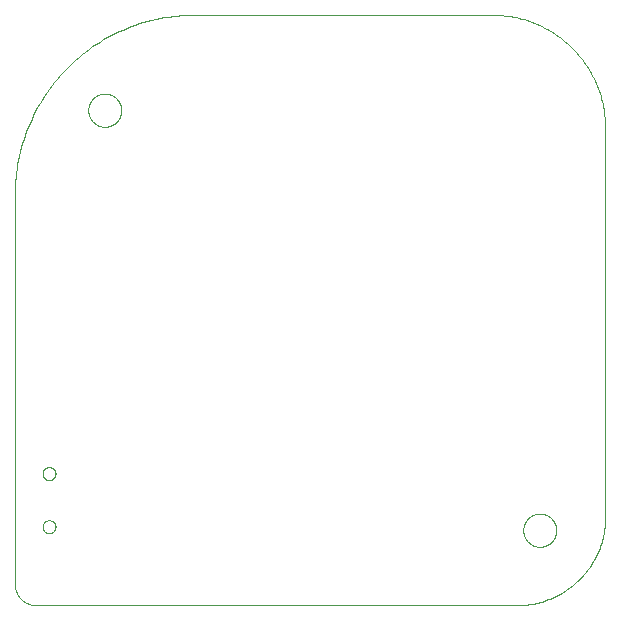
<source format=gtp>
G75*
%MOIN*%
%OFA0B0*%
%FSLAX25Y25*%
%IPPOS*%
%LPD*%
%AMOC8*
5,1,8,0,0,1.08239X$1,22.5*
%
%ADD10C,0.00000*%
D10*
X0059668Y0010871D02*
X0059668Y0140747D01*
X0084156Y0168800D02*
X0084158Y0168948D01*
X0084164Y0169096D01*
X0084174Y0169244D01*
X0084188Y0169391D01*
X0084206Y0169538D01*
X0084227Y0169684D01*
X0084253Y0169830D01*
X0084283Y0169975D01*
X0084316Y0170119D01*
X0084354Y0170262D01*
X0084395Y0170404D01*
X0084440Y0170545D01*
X0084488Y0170685D01*
X0084541Y0170824D01*
X0084597Y0170961D01*
X0084657Y0171096D01*
X0084720Y0171230D01*
X0084787Y0171362D01*
X0084858Y0171492D01*
X0084932Y0171620D01*
X0085009Y0171746D01*
X0085090Y0171870D01*
X0085174Y0171992D01*
X0085261Y0172111D01*
X0085352Y0172228D01*
X0085446Y0172343D01*
X0085542Y0172455D01*
X0085642Y0172565D01*
X0085744Y0172671D01*
X0085850Y0172775D01*
X0085958Y0172876D01*
X0086069Y0172974D01*
X0086182Y0173070D01*
X0086298Y0173162D01*
X0086416Y0173251D01*
X0086537Y0173336D01*
X0086660Y0173419D01*
X0086785Y0173498D01*
X0086912Y0173574D01*
X0087041Y0173646D01*
X0087172Y0173715D01*
X0087305Y0173780D01*
X0087440Y0173841D01*
X0087576Y0173899D01*
X0087713Y0173954D01*
X0087852Y0174004D01*
X0087993Y0174051D01*
X0088134Y0174094D01*
X0088277Y0174134D01*
X0088421Y0174169D01*
X0088565Y0174201D01*
X0088711Y0174228D01*
X0088857Y0174252D01*
X0089004Y0174272D01*
X0089151Y0174288D01*
X0089298Y0174300D01*
X0089446Y0174308D01*
X0089594Y0174312D01*
X0089742Y0174312D01*
X0089890Y0174308D01*
X0090038Y0174300D01*
X0090185Y0174288D01*
X0090332Y0174272D01*
X0090479Y0174252D01*
X0090625Y0174228D01*
X0090771Y0174201D01*
X0090915Y0174169D01*
X0091059Y0174134D01*
X0091202Y0174094D01*
X0091343Y0174051D01*
X0091484Y0174004D01*
X0091623Y0173954D01*
X0091760Y0173899D01*
X0091896Y0173841D01*
X0092031Y0173780D01*
X0092164Y0173715D01*
X0092295Y0173646D01*
X0092424Y0173574D01*
X0092551Y0173498D01*
X0092676Y0173419D01*
X0092799Y0173336D01*
X0092920Y0173251D01*
X0093038Y0173162D01*
X0093154Y0173070D01*
X0093267Y0172974D01*
X0093378Y0172876D01*
X0093486Y0172775D01*
X0093592Y0172671D01*
X0093694Y0172565D01*
X0093794Y0172455D01*
X0093890Y0172343D01*
X0093984Y0172228D01*
X0094075Y0172111D01*
X0094162Y0171992D01*
X0094246Y0171870D01*
X0094327Y0171746D01*
X0094404Y0171620D01*
X0094478Y0171492D01*
X0094549Y0171362D01*
X0094616Y0171230D01*
X0094679Y0171096D01*
X0094739Y0170961D01*
X0094795Y0170824D01*
X0094848Y0170685D01*
X0094896Y0170545D01*
X0094941Y0170404D01*
X0094982Y0170262D01*
X0095020Y0170119D01*
X0095053Y0169975D01*
X0095083Y0169830D01*
X0095109Y0169684D01*
X0095130Y0169538D01*
X0095148Y0169391D01*
X0095162Y0169244D01*
X0095172Y0169096D01*
X0095178Y0168948D01*
X0095180Y0168800D01*
X0095178Y0168652D01*
X0095172Y0168504D01*
X0095162Y0168356D01*
X0095148Y0168209D01*
X0095130Y0168062D01*
X0095109Y0167916D01*
X0095083Y0167770D01*
X0095053Y0167625D01*
X0095020Y0167481D01*
X0094982Y0167338D01*
X0094941Y0167196D01*
X0094896Y0167055D01*
X0094848Y0166915D01*
X0094795Y0166776D01*
X0094739Y0166639D01*
X0094679Y0166504D01*
X0094616Y0166370D01*
X0094549Y0166238D01*
X0094478Y0166108D01*
X0094404Y0165980D01*
X0094327Y0165854D01*
X0094246Y0165730D01*
X0094162Y0165608D01*
X0094075Y0165489D01*
X0093984Y0165372D01*
X0093890Y0165257D01*
X0093794Y0165145D01*
X0093694Y0165035D01*
X0093592Y0164929D01*
X0093486Y0164825D01*
X0093378Y0164724D01*
X0093267Y0164626D01*
X0093154Y0164530D01*
X0093038Y0164438D01*
X0092920Y0164349D01*
X0092799Y0164264D01*
X0092676Y0164181D01*
X0092551Y0164102D01*
X0092424Y0164026D01*
X0092295Y0163954D01*
X0092164Y0163885D01*
X0092031Y0163820D01*
X0091896Y0163759D01*
X0091760Y0163701D01*
X0091623Y0163646D01*
X0091484Y0163596D01*
X0091343Y0163549D01*
X0091202Y0163506D01*
X0091059Y0163466D01*
X0090915Y0163431D01*
X0090771Y0163399D01*
X0090625Y0163372D01*
X0090479Y0163348D01*
X0090332Y0163328D01*
X0090185Y0163312D01*
X0090038Y0163300D01*
X0089890Y0163292D01*
X0089742Y0163288D01*
X0089594Y0163288D01*
X0089446Y0163292D01*
X0089298Y0163300D01*
X0089151Y0163312D01*
X0089004Y0163328D01*
X0088857Y0163348D01*
X0088711Y0163372D01*
X0088565Y0163399D01*
X0088421Y0163431D01*
X0088277Y0163466D01*
X0088134Y0163506D01*
X0087993Y0163549D01*
X0087852Y0163596D01*
X0087713Y0163646D01*
X0087576Y0163701D01*
X0087440Y0163759D01*
X0087305Y0163820D01*
X0087172Y0163885D01*
X0087041Y0163954D01*
X0086912Y0164026D01*
X0086785Y0164102D01*
X0086660Y0164181D01*
X0086537Y0164264D01*
X0086416Y0164349D01*
X0086298Y0164438D01*
X0086182Y0164530D01*
X0086069Y0164626D01*
X0085958Y0164724D01*
X0085850Y0164825D01*
X0085744Y0164929D01*
X0085642Y0165035D01*
X0085542Y0165145D01*
X0085446Y0165257D01*
X0085352Y0165372D01*
X0085261Y0165489D01*
X0085174Y0165608D01*
X0085090Y0165730D01*
X0085009Y0165854D01*
X0084932Y0165980D01*
X0084858Y0166108D01*
X0084787Y0166238D01*
X0084720Y0166370D01*
X0084657Y0166504D01*
X0084597Y0166639D01*
X0084541Y0166776D01*
X0084488Y0166915D01*
X0084440Y0167055D01*
X0084395Y0167196D01*
X0084354Y0167338D01*
X0084316Y0167481D01*
X0084283Y0167625D01*
X0084253Y0167770D01*
X0084227Y0167916D01*
X0084206Y0168062D01*
X0084188Y0168209D01*
X0084174Y0168356D01*
X0084164Y0168504D01*
X0084158Y0168652D01*
X0084156Y0168800D01*
X0059667Y0140747D02*
X0059684Y0142195D01*
X0059737Y0143641D01*
X0059824Y0145086D01*
X0059947Y0146529D01*
X0060104Y0147968D01*
X0060296Y0149402D01*
X0060522Y0150832D01*
X0060783Y0152256D01*
X0061078Y0153673D01*
X0061408Y0155083D01*
X0061771Y0156484D01*
X0062168Y0157876D01*
X0062599Y0159258D01*
X0063063Y0160630D01*
X0063560Y0161989D01*
X0064089Y0163336D01*
X0064651Y0164671D01*
X0065246Y0165991D01*
X0065871Y0167296D01*
X0066529Y0168586D01*
X0067217Y0169859D01*
X0067936Y0171116D01*
X0068684Y0172355D01*
X0069463Y0173575D01*
X0070271Y0174776D01*
X0071108Y0175958D01*
X0071973Y0177118D01*
X0072865Y0178258D01*
X0073785Y0179376D01*
X0074732Y0180471D01*
X0075705Y0181543D01*
X0076704Y0182591D01*
X0077727Y0183614D01*
X0078775Y0184613D01*
X0079847Y0185586D01*
X0080942Y0186533D01*
X0082060Y0187453D01*
X0083200Y0188345D01*
X0084360Y0189210D01*
X0085542Y0190047D01*
X0086743Y0190855D01*
X0087963Y0191634D01*
X0089202Y0192382D01*
X0090459Y0193101D01*
X0091732Y0193789D01*
X0093022Y0194447D01*
X0094327Y0195072D01*
X0095647Y0195667D01*
X0096982Y0196229D01*
X0098329Y0196758D01*
X0099688Y0197255D01*
X0101060Y0197719D01*
X0102442Y0198150D01*
X0103834Y0198547D01*
X0105235Y0198910D01*
X0106645Y0199240D01*
X0108062Y0199535D01*
X0109486Y0199796D01*
X0110916Y0200022D01*
X0112350Y0200214D01*
X0113789Y0200371D01*
X0115232Y0200494D01*
X0116677Y0200581D01*
X0118123Y0200634D01*
X0119571Y0200651D01*
X0119571Y0200650D02*
X0218546Y0200650D01*
X0219464Y0200639D01*
X0220381Y0200606D01*
X0221296Y0200550D01*
X0222211Y0200473D01*
X0223123Y0200373D01*
X0224033Y0200252D01*
X0224939Y0200108D01*
X0225841Y0199943D01*
X0226740Y0199755D01*
X0227633Y0199547D01*
X0228522Y0199316D01*
X0229404Y0199065D01*
X0230280Y0198792D01*
X0231149Y0198497D01*
X0232011Y0198182D01*
X0232865Y0197847D01*
X0233711Y0197490D01*
X0234547Y0197114D01*
X0235375Y0196717D01*
X0236192Y0196301D01*
X0237000Y0195864D01*
X0237796Y0195409D01*
X0238582Y0194934D01*
X0239355Y0194440D01*
X0240117Y0193928D01*
X0240865Y0193398D01*
X0241601Y0192850D01*
X0242324Y0192284D01*
X0243032Y0191701D01*
X0243726Y0191100D01*
X0244406Y0190484D01*
X0245070Y0189851D01*
X0245719Y0189202D01*
X0246352Y0188538D01*
X0246968Y0187858D01*
X0247569Y0187164D01*
X0248152Y0186456D01*
X0248718Y0185733D01*
X0249266Y0184997D01*
X0249796Y0184249D01*
X0250308Y0183487D01*
X0250802Y0182714D01*
X0251277Y0181928D01*
X0251732Y0181132D01*
X0252169Y0180324D01*
X0252585Y0179507D01*
X0252982Y0178679D01*
X0253358Y0177843D01*
X0253715Y0176997D01*
X0254050Y0176143D01*
X0254365Y0175281D01*
X0254660Y0174412D01*
X0254933Y0173536D01*
X0255184Y0172654D01*
X0255415Y0171765D01*
X0255623Y0170872D01*
X0255811Y0169973D01*
X0255976Y0169071D01*
X0256120Y0168165D01*
X0256241Y0167255D01*
X0256341Y0166343D01*
X0256418Y0165428D01*
X0256474Y0164513D01*
X0256507Y0163596D01*
X0256518Y0162678D01*
X0256518Y0033422D01*
X0229156Y0028800D02*
X0229158Y0028948D01*
X0229164Y0029096D01*
X0229174Y0029244D01*
X0229188Y0029391D01*
X0229206Y0029538D01*
X0229227Y0029684D01*
X0229253Y0029830D01*
X0229283Y0029975D01*
X0229316Y0030119D01*
X0229354Y0030262D01*
X0229395Y0030404D01*
X0229440Y0030545D01*
X0229488Y0030685D01*
X0229541Y0030824D01*
X0229597Y0030961D01*
X0229657Y0031096D01*
X0229720Y0031230D01*
X0229787Y0031362D01*
X0229858Y0031492D01*
X0229932Y0031620D01*
X0230009Y0031746D01*
X0230090Y0031870D01*
X0230174Y0031992D01*
X0230261Y0032111D01*
X0230352Y0032228D01*
X0230446Y0032343D01*
X0230542Y0032455D01*
X0230642Y0032565D01*
X0230744Y0032671D01*
X0230850Y0032775D01*
X0230958Y0032876D01*
X0231069Y0032974D01*
X0231182Y0033070D01*
X0231298Y0033162D01*
X0231416Y0033251D01*
X0231537Y0033336D01*
X0231660Y0033419D01*
X0231785Y0033498D01*
X0231912Y0033574D01*
X0232041Y0033646D01*
X0232172Y0033715D01*
X0232305Y0033780D01*
X0232440Y0033841D01*
X0232576Y0033899D01*
X0232713Y0033954D01*
X0232852Y0034004D01*
X0232993Y0034051D01*
X0233134Y0034094D01*
X0233277Y0034134D01*
X0233421Y0034169D01*
X0233565Y0034201D01*
X0233711Y0034228D01*
X0233857Y0034252D01*
X0234004Y0034272D01*
X0234151Y0034288D01*
X0234298Y0034300D01*
X0234446Y0034308D01*
X0234594Y0034312D01*
X0234742Y0034312D01*
X0234890Y0034308D01*
X0235038Y0034300D01*
X0235185Y0034288D01*
X0235332Y0034272D01*
X0235479Y0034252D01*
X0235625Y0034228D01*
X0235771Y0034201D01*
X0235915Y0034169D01*
X0236059Y0034134D01*
X0236202Y0034094D01*
X0236343Y0034051D01*
X0236484Y0034004D01*
X0236623Y0033954D01*
X0236760Y0033899D01*
X0236896Y0033841D01*
X0237031Y0033780D01*
X0237164Y0033715D01*
X0237295Y0033646D01*
X0237424Y0033574D01*
X0237551Y0033498D01*
X0237676Y0033419D01*
X0237799Y0033336D01*
X0237920Y0033251D01*
X0238038Y0033162D01*
X0238154Y0033070D01*
X0238267Y0032974D01*
X0238378Y0032876D01*
X0238486Y0032775D01*
X0238592Y0032671D01*
X0238694Y0032565D01*
X0238794Y0032455D01*
X0238890Y0032343D01*
X0238984Y0032228D01*
X0239075Y0032111D01*
X0239162Y0031992D01*
X0239246Y0031870D01*
X0239327Y0031746D01*
X0239404Y0031620D01*
X0239478Y0031492D01*
X0239549Y0031362D01*
X0239616Y0031230D01*
X0239679Y0031096D01*
X0239739Y0030961D01*
X0239795Y0030824D01*
X0239848Y0030685D01*
X0239896Y0030545D01*
X0239941Y0030404D01*
X0239982Y0030262D01*
X0240020Y0030119D01*
X0240053Y0029975D01*
X0240083Y0029830D01*
X0240109Y0029684D01*
X0240130Y0029538D01*
X0240148Y0029391D01*
X0240162Y0029244D01*
X0240172Y0029096D01*
X0240178Y0028948D01*
X0240180Y0028800D01*
X0240178Y0028652D01*
X0240172Y0028504D01*
X0240162Y0028356D01*
X0240148Y0028209D01*
X0240130Y0028062D01*
X0240109Y0027916D01*
X0240083Y0027770D01*
X0240053Y0027625D01*
X0240020Y0027481D01*
X0239982Y0027338D01*
X0239941Y0027196D01*
X0239896Y0027055D01*
X0239848Y0026915D01*
X0239795Y0026776D01*
X0239739Y0026639D01*
X0239679Y0026504D01*
X0239616Y0026370D01*
X0239549Y0026238D01*
X0239478Y0026108D01*
X0239404Y0025980D01*
X0239327Y0025854D01*
X0239246Y0025730D01*
X0239162Y0025608D01*
X0239075Y0025489D01*
X0238984Y0025372D01*
X0238890Y0025257D01*
X0238794Y0025145D01*
X0238694Y0025035D01*
X0238592Y0024929D01*
X0238486Y0024825D01*
X0238378Y0024724D01*
X0238267Y0024626D01*
X0238154Y0024530D01*
X0238038Y0024438D01*
X0237920Y0024349D01*
X0237799Y0024264D01*
X0237676Y0024181D01*
X0237551Y0024102D01*
X0237424Y0024026D01*
X0237295Y0023954D01*
X0237164Y0023885D01*
X0237031Y0023820D01*
X0236896Y0023759D01*
X0236760Y0023701D01*
X0236623Y0023646D01*
X0236484Y0023596D01*
X0236343Y0023549D01*
X0236202Y0023506D01*
X0236059Y0023466D01*
X0235915Y0023431D01*
X0235771Y0023399D01*
X0235625Y0023372D01*
X0235479Y0023348D01*
X0235332Y0023328D01*
X0235185Y0023312D01*
X0235038Y0023300D01*
X0234890Y0023292D01*
X0234742Y0023288D01*
X0234594Y0023288D01*
X0234446Y0023292D01*
X0234298Y0023300D01*
X0234151Y0023312D01*
X0234004Y0023328D01*
X0233857Y0023348D01*
X0233711Y0023372D01*
X0233565Y0023399D01*
X0233421Y0023431D01*
X0233277Y0023466D01*
X0233134Y0023506D01*
X0232993Y0023549D01*
X0232852Y0023596D01*
X0232713Y0023646D01*
X0232576Y0023701D01*
X0232440Y0023759D01*
X0232305Y0023820D01*
X0232172Y0023885D01*
X0232041Y0023954D01*
X0231912Y0024026D01*
X0231785Y0024102D01*
X0231660Y0024181D01*
X0231537Y0024264D01*
X0231416Y0024349D01*
X0231298Y0024438D01*
X0231182Y0024530D01*
X0231069Y0024626D01*
X0230958Y0024724D01*
X0230850Y0024825D01*
X0230744Y0024929D01*
X0230642Y0025035D01*
X0230542Y0025145D01*
X0230446Y0025257D01*
X0230352Y0025372D01*
X0230261Y0025489D01*
X0230174Y0025608D01*
X0230090Y0025730D01*
X0230009Y0025854D01*
X0229932Y0025980D01*
X0229858Y0026108D01*
X0229787Y0026238D01*
X0229720Y0026370D01*
X0229657Y0026504D01*
X0229597Y0026639D01*
X0229541Y0026776D01*
X0229488Y0026915D01*
X0229440Y0027055D01*
X0229395Y0027196D01*
X0229354Y0027338D01*
X0229316Y0027481D01*
X0229283Y0027625D01*
X0229253Y0027770D01*
X0229227Y0027916D01*
X0229206Y0028062D01*
X0229188Y0028209D01*
X0229174Y0028356D01*
X0229164Y0028504D01*
X0229158Y0028652D01*
X0229156Y0028800D01*
X0226897Y0003800D02*
X0227613Y0003809D01*
X0228328Y0003835D01*
X0229043Y0003878D01*
X0229756Y0003938D01*
X0230468Y0004016D01*
X0231177Y0004111D01*
X0231884Y0004223D01*
X0232588Y0004352D01*
X0233289Y0004498D01*
X0233986Y0004661D01*
X0234679Y0004840D01*
X0235367Y0005037D01*
X0236051Y0005250D01*
X0236729Y0005479D01*
X0237401Y0005725D01*
X0238067Y0005987D01*
X0238727Y0006265D01*
X0239380Y0006559D01*
X0240025Y0006868D01*
X0240663Y0007193D01*
X0241293Y0007533D01*
X0241914Y0007889D01*
X0242527Y0008259D01*
X0243130Y0008644D01*
X0243724Y0009044D01*
X0244308Y0009457D01*
X0244882Y0009885D01*
X0245446Y0010326D01*
X0245999Y0010781D01*
X0246540Y0011250D01*
X0247070Y0011731D01*
X0247588Y0012225D01*
X0248094Y0012731D01*
X0248588Y0013249D01*
X0249069Y0013779D01*
X0249538Y0014320D01*
X0249993Y0014873D01*
X0250434Y0015437D01*
X0250862Y0016011D01*
X0251275Y0016595D01*
X0251675Y0017189D01*
X0252060Y0017792D01*
X0252430Y0018405D01*
X0252786Y0019026D01*
X0253126Y0019656D01*
X0253451Y0020294D01*
X0253760Y0020939D01*
X0254054Y0021592D01*
X0254332Y0022252D01*
X0254594Y0022918D01*
X0254840Y0023590D01*
X0255069Y0024268D01*
X0255282Y0024952D01*
X0255479Y0025640D01*
X0255658Y0026333D01*
X0255821Y0027030D01*
X0255967Y0027731D01*
X0256096Y0028435D01*
X0256208Y0029142D01*
X0256303Y0029851D01*
X0256381Y0030563D01*
X0256441Y0031276D01*
X0256484Y0031991D01*
X0256510Y0032706D01*
X0256519Y0033422D01*
X0226897Y0003800D02*
X0066739Y0003800D01*
X0066568Y0003802D01*
X0066397Y0003808D01*
X0066227Y0003819D01*
X0066057Y0003833D01*
X0065887Y0003852D01*
X0065717Y0003874D01*
X0065549Y0003901D01*
X0065380Y0003932D01*
X0065213Y0003967D01*
X0065047Y0004005D01*
X0064881Y0004048D01*
X0064717Y0004095D01*
X0064554Y0004146D01*
X0064392Y0004201D01*
X0064232Y0004260D01*
X0064073Y0004322D01*
X0063915Y0004388D01*
X0063759Y0004458D01*
X0063605Y0004532D01*
X0063453Y0004610D01*
X0063303Y0004691D01*
X0063154Y0004776D01*
X0063008Y0004864D01*
X0062864Y0004956D01*
X0062722Y0005052D01*
X0062583Y0005150D01*
X0062446Y0005253D01*
X0062311Y0005358D01*
X0062179Y0005467D01*
X0062050Y0005578D01*
X0061924Y0005693D01*
X0061800Y0005811D01*
X0061679Y0005932D01*
X0061561Y0006056D01*
X0061446Y0006182D01*
X0061335Y0006311D01*
X0061226Y0006443D01*
X0061121Y0006578D01*
X0061018Y0006715D01*
X0060920Y0006854D01*
X0060824Y0006996D01*
X0060732Y0007140D01*
X0060644Y0007286D01*
X0060559Y0007435D01*
X0060478Y0007585D01*
X0060400Y0007737D01*
X0060326Y0007891D01*
X0060256Y0008047D01*
X0060190Y0008205D01*
X0060128Y0008364D01*
X0060069Y0008524D01*
X0060014Y0008686D01*
X0059963Y0008849D01*
X0059916Y0009013D01*
X0059873Y0009179D01*
X0059835Y0009345D01*
X0059800Y0009512D01*
X0059769Y0009681D01*
X0059742Y0009849D01*
X0059720Y0010019D01*
X0059701Y0010189D01*
X0059687Y0010359D01*
X0059676Y0010529D01*
X0059670Y0010700D01*
X0059668Y0010871D01*
X0068920Y0029942D02*
X0068922Y0030035D01*
X0068928Y0030127D01*
X0068938Y0030219D01*
X0068952Y0030310D01*
X0068969Y0030401D01*
X0068991Y0030491D01*
X0069016Y0030580D01*
X0069045Y0030668D01*
X0069078Y0030754D01*
X0069115Y0030839D01*
X0069155Y0030923D01*
X0069199Y0031004D01*
X0069246Y0031084D01*
X0069296Y0031162D01*
X0069350Y0031237D01*
X0069407Y0031310D01*
X0069467Y0031380D01*
X0069530Y0031448D01*
X0069596Y0031513D01*
X0069664Y0031575D01*
X0069735Y0031635D01*
X0069809Y0031691D01*
X0069885Y0031744D01*
X0069963Y0031793D01*
X0070043Y0031840D01*
X0070125Y0031882D01*
X0070209Y0031922D01*
X0070294Y0031957D01*
X0070381Y0031989D01*
X0070469Y0032018D01*
X0070558Y0032042D01*
X0070648Y0032063D01*
X0070739Y0032079D01*
X0070831Y0032092D01*
X0070923Y0032101D01*
X0071016Y0032106D01*
X0071108Y0032107D01*
X0071201Y0032104D01*
X0071293Y0032097D01*
X0071385Y0032086D01*
X0071476Y0032071D01*
X0071567Y0032053D01*
X0071657Y0032030D01*
X0071745Y0032004D01*
X0071833Y0031974D01*
X0071919Y0031940D01*
X0072003Y0031903D01*
X0072086Y0031861D01*
X0072167Y0031817D01*
X0072247Y0031769D01*
X0072324Y0031718D01*
X0072398Y0031663D01*
X0072471Y0031605D01*
X0072541Y0031545D01*
X0072608Y0031481D01*
X0072672Y0031415D01*
X0072734Y0031345D01*
X0072792Y0031274D01*
X0072847Y0031200D01*
X0072899Y0031123D01*
X0072948Y0031044D01*
X0072994Y0030964D01*
X0073036Y0030881D01*
X0073074Y0030797D01*
X0073109Y0030711D01*
X0073140Y0030624D01*
X0073167Y0030536D01*
X0073190Y0030446D01*
X0073210Y0030356D01*
X0073226Y0030265D01*
X0073238Y0030173D01*
X0073246Y0030081D01*
X0073250Y0029988D01*
X0073250Y0029896D01*
X0073246Y0029803D01*
X0073238Y0029711D01*
X0073226Y0029619D01*
X0073210Y0029528D01*
X0073190Y0029438D01*
X0073167Y0029348D01*
X0073140Y0029260D01*
X0073109Y0029173D01*
X0073074Y0029087D01*
X0073036Y0029003D01*
X0072994Y0028920D01*
X0072948Y0028840D01*
X0072899Y0028761D01*
X0072847Y0028684D01*
X0072792Y0028610D01*
X0072734Y0028539D01*
X0072672Y0028469D01*
X0072608Y0028403D01*
X0072541Y0028339D01*
X0072471Y0028279D01*
X0072398Y0028221D01*
X0072324Y0028166D01*
X0072247Y0028115D01*
X0072168Y0028067D01*
X0072086Y0028023D01*
X0072003Y0027981D01*
X0071919Y0027944D01*
X0071833Y0027910D01*
X0071745Y0027880D01*
X0071657Y0027854D01*
X0071567Y0027831D01*
X0071476Y0027813D01*
X0071385Y0027798D01*
X0071293Y0027787D01*
X0071201Y0027780D01*
X0071108Y0027777D01*
X0071016Y0027778D01*
X0070923Y0027783D01*
X0070831Y0027792D01*
X0070739Y0027805D01*
X0070648Y0027821D01*
X0070558Y0027842D01*
X0070469Y0027866D01*
X0070381Y0027895D01*
X0070294Y0027927D01*
X0070209Y0027962D01*
X0070125Y0028002D01*
X0070043Y0028044D01*
X0069963Y0028091D01*
X0069885Y0028140D01*
X0069809Y0028193D01*
X0069735Y0028249D01*
X0069664Y0028309D01*
X0069596Y0028371D01*
X0069530Y0028436D01*
X0069467Y0028504D01*
X0069407Y0028574D01*
X0069350Y0028647D01*
X0069296Y0028722D01*
X0069246Y0028800D01*
X0069199Y0028880D01*
X0069155Y0028961D01*
X0069115Y0029045D01*
X0069078Y0029130D01*
X0069045Y0029216D01*
X0069016Y0029304D01*
X0068991Y0029393D01*
X0068969Y0029483D01*
X0068952Y0029574D01*
X0068938Y0029665D01*
X0068928Y0029757D01*
X0068922Y0029849D01*
X0068920Y0029942D01*
X0068920Y0047658D02*
X0068922Y0047751D01*
X0068928Y0047843D01*
X0068938Y0047935D01*
X0068952Y0048026D01*
X0068969Y0048117D01*
X0068991Y0048207D01*
X0069016Y0048296D01*
X0069045Y0048384D01*
X0069078Y0048470D01*
X0069115Y0048555D01*
X0069155Y0048639D01*
X0069199Y0048720D01*
X0069246Y0048800D01*
X0069296Y0048878D01*
X0069350Y0048953D01*
X0069407Y0049026D01*
X0069467Y0049096D01*
X0069530Y0049164D01*
X0069596Y0049229D01*
X0069664Y0049291D01*
X0069735Y0049351D01*
X0069809Y0049407D01*
X0069885Y0049460D01*
X0069963Y0049509D01*
X0070043Y0049556D01*
X0070125Y0049598D01*
X0070209Y0049638D01*
X0070294Y0049673D01*
X0070381Y0049705D01*
X0070469Y0049734D01*
X0070558Y0049758D01*
X0070648Y0049779D01*
X0070739Y0049795D01*
X0070831Y0049808D01*
X0070923Y0049817D01*
X0071016Y0049822D01*
X0071108Y0049823D01*
X0071201Y0049820D01*
X0071293Y0049813D01*
X0071385Y0049802D01*
X0071476Y0049787D01*
X0071567Y0049769D01*
X0071657Y0049746D01*
X0071745Y0049720D01*
X0071833Y0049690D01*
X0071919Y0049656D01*
X0072003Y0049619D01*
X0072086Y0049577D01*
X0072167Y0049533D01*
X0072247Y0049485D01*
X0072324Y0049434D01*
X0072398Y0049379D01*
X0072471Y0049321D01*
X0072541Y0049261D01*
X0072608Y0049197D01*
X0072672Y0049131D01*
X0072734Y0049061D01*
X0072792Y0048990D01*
X0072847Y0048916D01*
X0072899Y0048839D01*
X0072948Y0048760D01*
X0072994Y0048680D01*
X0073036Y0048597D01*
X0073074Y0048513D01*
X0073109Y0048427D01*
X0073140Y0048340D01*
X0073167Y0048252D01*
X0073190Y0048162D01*
X0073210Y0048072D01*
X0073226Y0047981D01*
X0073238Y0047889D01*
X0073246Y0047797D01*
X0073250Y0047704D01*
X0073250Y0047612D01*
X0073246Y0047519D01*
X0073238Y0047427D01*
X0073226Y0047335D01*
X0073210Y0047244D01*
X0073190Y0047154D01*
X0073167Y0047064D01*
X0073140Y0046976D01*
X0073109Y0046889D01*
X0073074Y0046803D01*
X0073036Y0046719D01*
X0072994Y0046636D01*
X0072948Y0046556D01*
X0072899Y0046477D01*
X0072847Y0046400D01*
X0072792Y0046326D01*
X0072734Y0046255D01*
X0072672Y0046185D01*
X0072608Y0046119D01*
X0072541Y0046055D01*
X0072471Y0045995D01*
X0072398Y0045937D01*
X0072324Y0045882D01*
X0072247Y0045831D01*
X0072168Y0045783D01*
X0072086Y0045739D01*
X0072003Y0045697D01*
X0071919Y0045660D01*
X0071833Y0045626D01*
X0071745Y0045596D01*
X0071657Y0045570D01*
X0071567Y0045547D01*
X0071476Y0045529D01*
X0071385Y0045514D01*
X0071293Y0045503D01*
X0071201Y0045496D01*
X0071108Y0045493D01*
X0071016Y0045494D01*
X0070923Y0045499D01*
X0070831Y0045508D01*
X0070739Y0045521D01*
X0070648Y0045537D01*
X0070558Y0045558D01*
X0070469Y0045582D01*
X0070381Y0045611D01*
X0070294Y0045643D01*
X0070209Y0045678D01*
X0070125Y0045718D01*
X0070043Y0045760D01*
X0069963Y0045807D01*
X0069885Y0045856D01*
X0069809Y0045909D01*
X0069735Y0045965D01*
X0069664Y0046025D01*
X0069596Y0046087D01*
X0069530Y0046152D01*
X0069467Y0046220D01*
X0069407Y0046290D01*
X0069350Y0046363D01*
X0069296Y0046438D01*
X0069246Y0046516D01*
X0069199Y0046596D01*
X0069155Y0046677D01*
X0069115Y0046761D01*
X0069078Y0046846D01*
X0069045Y0046932D01*
X0069016Y0047020D01*
X0068991Y0047109D01*
X0068969Y0047199D01*
X0068952Y0047290D01*
X0068938Y0047381D01*
X0068928Y0047473D01*
X0068922Y0047565D01*
X0068920Y0047658D01*
M02*

</source>
